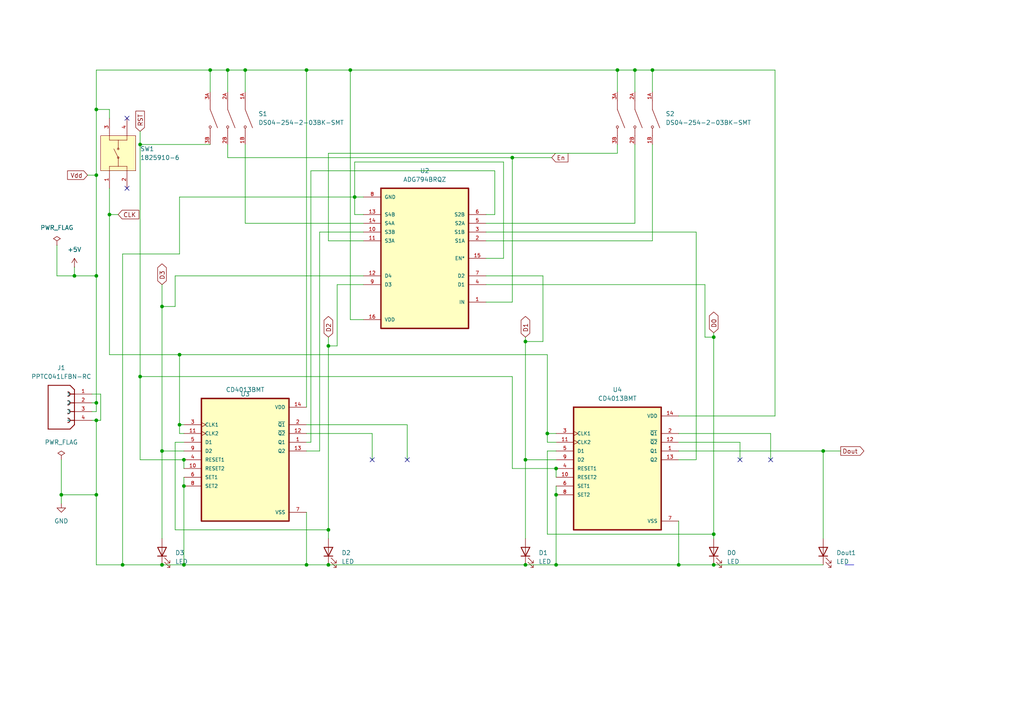
<source format=kicad_sch>
(kicad_sch (version 20231120) (generator "eeschema") (generator_version "8.0")
  (paper "A4")
  (lib_symbols
    (symbol "1825910-6:1825910-6" (pin_names (offset 1.016))
      (property "Reference" "SW" (at -5.0897 5.8532 0))
      (property "Value" "1825910-6" (at -5.0883 -7.6325 0))
      (symbol "1825910-6_0_0"
        (rectangle (start -5.08 -5.08) (end 5.08 5.08) (stroke (width 0.127)) (fill (type background)))
        (circle (center -1.27 0) (radius 0.254) (stroke (width 0.127)))
        (polyline (pts (xy -5.08 2.54) (xy -3.81 2.54)) (stroke (width 0.127)))
        (polyline (pts (xy -3.81 -2.54) (xy -5.08 -2.54)) (stroke (width 0.127)))
        (polyline (pts (xy -3.81 0) (xy -3.81 -2.54)) (stroke (width 0.127)))
        (polyline (pts (xy -3.81 0) (xy -1.27 0)) (stroke (width 0.127)))
        (polyline (pts (xy -3.81 2.54) (xy -3.81 0)) (stroke (width 0.127)))
        (polyline (pts (xy -1.27 0) (xy 1.27 1.27)) (stroke (width 0.127)))
        (polyline (pts (xy 1.27 0) (xy 3.81 0)) (stroke (width 0.127)))
        (polyline (pts (xy 3.81 -2.54) (xy 5.08 -2.54)) (stroke (width 0.127)))
        (polyline (pts (xy 3.81 0) (xy 3.81 -2.54)) (stroke (width 0.127)))
        (polyline (pts (xy 3.81 0) (xy 3.81 2.54)) (stroke (width 0.127)))
        (polyline (pts (xy 3.81 2.54) (xy 5.08 2.54)) (stroke (width 0.127)))
        (circle (center 1.27 0) (radius 0.254) (stroke (width 0.127)))
        (pin passive line (at -10.16 2.54 0) (length 5.08) (name "~") (number "1"))
        (pin passive line (at -10.16 -2.54 0) (length 5.08) (name "~") (number "2"))
        (pin passive line (at 10.16 2.54 180) (length 5.08) (name "~") (number "3"))
        (pin passive line (at 10.16 -2.54 180) (length 5.08) (name "~") (number "4"))
      )
    )
    (symbol "ADG794BRQZ:ADG794BRQZ" (pin_names (offset 1.016))
      (property "Reference" "U" (at -12.7 21.32 0))
      (property "Value" "ADG794BRQZ" (at -12.7 -24.32 0))
      (symbol "ADG794BRQZ_0_0"
        (rectangle (start -12.7 -20.32) (end 12.7 20.32) (stroke (width 0.41)) (fill (type background)))
        (pin input line (at -17.78 12.7 0) (length 5.08) (name "IN") (number "1"))
        (pin bidirectional line (at 17.78 -7.62 180) (length 5.08) (name "S3B") (number "10"))
        (pin bidirectional line (at 17.78 -5.08 180) (length 5.08) (name "S3A") (number "11"))
        (pin bidirectional line (at 17.78 5.08 180) (length 5.08) (name "D4") (number "12"))
        (pin bidirectional line (at 17.78 -12.7 180) (length 5.08) (name "S4B") (number "13"))
        (pin bidirectional line (at 17.78 -10.16 180) (length 5.08) (name "S4A") (number "14"))
        (pin bidirectional line (at -17.78 0 0) (length 5.08) (name "EN*") (number "15"))
        (pin power_in line (at 17.78 17.78 180) (length 5.08) (name "VDD") (number "16"))
        (pin bidirectional line (at -17.78 -5.08 0) (length 5.08) (name "S1A") (number "2"))
        (pin bidirectional line (at -17.78 -7.62 0) (length 5.08) (name "S1B") (number "3"))
        (pin bidirectional line (at -17.78 7.62 0) (length 5.08) (name "D1") (number "4"))
        (pin bidirectional line (at -17.78 -10.16 0) (length 5.08) (name "S2A") (number "5"))
        (pin bidirectional line (at -17.78 -12.7 0) (length 5.08) (name "S2B") (number "6"))
        (pin bidirectional line (at -17.78 5.08 0) (length 5.08) (name "D2") (number "7"))
        (pin power_in line (at 17.78 -17.78 180) (length 5.08) (name "GND") (number "8"))
        (pin bidirectional line (at 17.78 7.62 180) (length 5.08) (name "D3") (number "9"))
      )
    )
    (symbol "CD4013BMT:CD4013BMT" (pin_names (offset 1.016))
      (property "Reference" "U" (at -12.7 18.78 0))
      (property "Value" "CD4013BMT" (at -12.7 -21.78 0))
      (symbol "CD4013BMT_0_0"
        (rectangle (start -12.7 -17.78) (end 12.7 17.78) (stroke (width 0.41)) (fill (type background)))
        (pin output line (at 17.78 5.08 180) (length 5.08) (name "Q1") (number "1"))
        (pin input line (at -17.78 -2.54 0) (length 5.08) (name "RESET2") (number "10"))
        (pin input clock (at -17.78 7.62 0) (length 5.08) (name "CLK2") (number "11"))
        (pin output line (at 17.78 7.62 180) (length 5.08) (name "~{Q2}") (number "12"))
        (pin output line (at 17.78 2.54 180) (length 5.08) (name "Q2") (number "13"))
        (pin power_in line (at 17.78 15.24 180) (length 5.08) (name "VDD") (number "14"))
        (pin output line (at 17.78 10.16 180) (length 5.08) (name "~{Q1}") (number "2"))
        (pin input clock (at -17.78 10.16 0) (length 5.08) (name "CLK1") (number "3"))
        (pin input line (at -17.78 0 0) (length 5.08) (name "RESET1") (number "4"))
        (pin input line (at -17.78 5.08 0) (length 5.08) (name "D1") (number "5"))
        (pin input line (at -17.78 -5.08 0) (length 5.08) (name "SET1") (number "6"))
        (pin power_in line (at 17.78 -15.24 180) (length 5.08) (name "VSS") (number "7"))
        (pin input line (at -17.78 -7.62 0) (length 5.08) (name "SET2") (number "8"))
        (pin input line (at -17.78 2.54 0) (length 5.08) (name "D2") (number "9"))
      )
    )
    (symbol "DS04-254-2-03BK-SMT:DS04-254-2-03BK-SMT" (pin_names (offset 1.016))
      (property "Reference" "S" (at -2.54 7.62 0))
      (property "Value" "DS04-254-2-03BK-SMT" (at -2.54 -7.62 0))
      (symbol "DS04-254-2-03BK-SMT_0_0"
        (polyline (pts (xy -2.54 -5.08) (xy -5.08 -5.08)) (stroke (width 0.1524)))
        (polyline (pts (xy -2.54 -5.08) (xy 2.794 -2.9464)) (stroke (width 0.1524)))
        (polyline (pts (xy -2.54 0) (xy -5.08 0)) (stroke (width 0.1524)))
        (polyline (pts (xy -2.54 0) (xy 2.794 2.1336)) (stroke (width 0.1524)))
        (polyline (pts (xy -2.54 5.08) (xy -5.08 5.08)) (stroke (width 0.1524)))
        (polyline (pts (xy -2.54 5.08) (xy 2.794 7.2136)) (stroke (width 0.1524)))
        (polyline (pts (xy 5.08 -5.08) (xy 2.921 -5.08)) (stroke (width 0.1524)))
        (polyline (pts (xy 5.08 0) (xy 2.921 0)) (stroke (width 0.1524)))
        (polyline (pts (xy 5.08 5.08) (xy 2.921 5.08)) (stroke (width 0.1524)))
        (circle (center 2.54 -5.08) (radius 0.3302) (stroke (width 0.1524)))
        (circle (center 2.54 0) (radius 0.3302) (stroke (width 0.1524)))
        (circle (center 2.54 5.08) (radius 0.3302) (stroke (width 0.1524)))
        (pin passive line (at -7.62 5.08 0) (length 2.54) (name "~") (number "1A"))
        (pin passive line (at 7.62 5.08 180) (length 2.54) (name "~") (number "1B"))
        (pin passive line (at -7.62 0 0) (length 2.54) (name "~") (number "2A"))
        (pin passive line (at 7.62 0 180) (length 2.54) (name "~") (number "2B"))
        (pin passive line (at -7.62 -5.08 0) (length 2.54) (name "~") (number "3A"))
        (pin passive line (at 7.62 -5.08 180) (length 2.54) (name "~") (number "3B"))
      )
    )
    (symbol "Device:LED" (pin_numbers hide) (pin_names (offset 1.016) hide)
      (property "Reference" "D" (at 0 2.54 0))
      (property "Value" "LED" (at 0 -2.54 0))
      (symbol "LED_0_1"
        (polyline (pts (xy -1.27 -1.27) (xy -1.27 1.27)) (stroke (width 0.254)))
        (polyline (pts (xy -1.27 0) (xy 1.27 0)))
        (polyline (pts (xy 1.27 -1.27) (xy 1.27 1.27) (xy -1.27 0) (xy 1.27 -1.27)) (stroke (width 0.254)))
        (polyline (pts (xy -3.048 -0.762) (xy -4.572 -2.286) (xy -3.81 -2.286) (xy -4.572 -2.286) (xy -4.572 -1.524)))
        (polyline (pts (xy -1.778 -0.762) (xy -3.302 -2.286) (xy -2.54 -2.286) (xy -3.302 -2.286) (xy -3.302 -1.524)))
      )
      (symbol "LED_1_1"
        (pin passive line (at -3.81 0 0) (length 2.54) (name "K") (number "1"))
        (pin passive line (at 3.81 0 180) (length 2.54) (name "A") (number "2"))
      )
    )
    (symbol "PPTC041LFBN-RC:PPTC041LFBN-RC" (pin_names (offset 1.016))
      (property "Reference" "J" (at -7.62 6.35 0))
      (property "Value" "PPTC041LFBN-RC" (at -7.62 -10.16 0))
      (symbol "PPTC041LFBN-RC_0_0"
        (arc (start -1.905 -5.715) (mid -1.2727 -5.08) (end -1.905 -4.445) (stroke (width 0.254)))
        (arc (start -1.905 -3.175) (mid -1.2727 -2.54) (end -1.905 -1.905) (stroke (width 0.254)))
        (arc (start -1.905 -0.635) (mid -1.2727 0) (end -1.905 0.635) (stroke (width 0.254)))
        (arc (start -1.905 1.905) (mid -1.2727 2.54) (end -1.905 3.175) (stroke (width 0.254)))
        (polyline (pts (xy -7.62 -7.62) (xy -7.62 5.08)) (stroke (width 0.254)))
        (polyline (pts (xy -7.62 5.08) (xy -1.27 5.08)) (stroke (width 0.254)))
        (polyline (pts (xy -1.27 -7.62) (xy -7.62 -7.62)) (stroke (width 0.254)))
        (polyline (pts (xy 0 -6.35) (xy -1.27 -7.62)) (stroke (width 0.254)))
        (polyline (pts (xy 0 -5.08) (xy -1.27 -5.08)) (stroke (width 0.254)))
        (polyline (pts (xy 0 -2.54) (xy -1.27 -2.54)) (stroke (width 0.254)))
        (polyline (pts (xy 0 0) (xy -1.27 0)) (stroke (width 0.254)))
        (polyline (pts (xy 0 2.54) (xy -1.27 2.54)) (stroke (width 0.254)))
        (polyline (pts (xy 0 2.54) (xy 0 -6.35)) (stroke (width 0.254)))
        (polyline (pts (xy 0 3.81) (xy -1.27 5.08)) (stroke (width 0.254)))
        (polyline (pts (xy 0 3.81) (xy 0 2.54)) (stroke (width 0.254)))
        (pin passive line (at 5.08 2.54 180) (length 5.08) (name "1") (number "1"))
        (pin passive line (at 5.08 0 180) (length 5.08) (name "2") (number "2"))
        (pin passive line (at 5.08 -2.54 180) (length 5.08) (name "3") (number "3"))
        (pin passive line (at 5.08 -5.08 180) (length 5.08) (name "4") (number "4"))
      )
    )
    (symbol "power:+5V" (power) (pin_numbers hide) (pin_names (offset 0) hide)
      (property "Value" "+5V" (at 0 3.556 0))
      (symbol "+5V_0_1"
        (polyline (pts (xy -0.762 1.27) (xy 0 2.54)))
        (polyline (pts (xy 0 0) (xy 0 2.54)))
        (polyline (pts (xy 0 2.54) (xy 0.762 1.27)))
      )
      (symbol "+5V_1_1"
        (pin power_in line (at 0 0 90) (length 0) (name "~") (number "1"))
      )
    )
    (symbol "power:GND" (power) (pin_numbers hide) (pin_names (offset 0) hide)
      (property "Value" "GND" (at 0 -3.81 0))
      (symbol "GND_0_1"
        (polyline (pts (xy 0 0) (xy 0 -1.27) (xy 1.27 -1.27) (xy 0 -2.54) (xy -1.27 -1.27) (xy 0 -1.27)))
      )
      (symbol "GND_1_1"
        (pin power_in line (at 0 0 270) (length 0) (name "~") (number "1"))
      )
    )
    (symbol "power:PWR_FLAG" (power) (pin_numbers hide) (pin_names (offset 0) hide)
      (property "Value" "PWR_FLAG" (at 0 3.81 0))
      (symbol "PWR_FLAG_0_0"
        (pin power_out line (at 0 0 90) (length 0) (name "~") (number "1"))
      )
      (symbol "PWR_FLAG_0_1"
        (polyline (pts (xy 0 0) (xy 0 1.27) (xy -1.016 1.905) (xy 0 2.54) (xy 1.016 1.905) (xy 0 1.27)))
      )
    )
  )
  (junction (at 60.96 20.32))
  (junction (at 152.4 163.83))
  (junction (at 102.87 57.15))
  (junction (at 53.34 163.83))
  (junction (at 101.6 20.32))
  (junction (at 184.15 20.32))
  (junction (at 95.25 153.67))
  (junction (at 27.94 50.8))
  (junction (at 95.25 100.33))
  (junction (at 53.34 133.35))
  (junction (at 88.9 20.32))
  (junction (at 66.04 20.32))
  (junction (at 71.12 20.32))
  (junction (at 46.99 88.9))
  (junction (at 161.29 143.51))
  (junction (at 88.9 163.83))
  (junction (at 152.4 99.06))
  (junction (at 52.07 102.87))
  (junction (at 148.59 45.72))
  (junction (at 27.94 121.92))
  (junction (at 17.78 143.51))
  (junction (at 158.75 125.73))
  (junction (at 207.01 97.79))
  (junction (at 53.34 140.97))
  (junction (at 238.76 130.81))
  (junction (at 161.29 135.89))
  (junction (at 35.56 163.83))
  (junction (at 27.94 116.84))
  (junction (at 40.64 41.91))
  (junction (at 179.07 20.32))
  (junction (at 21.59 80.01))
  (junction (at 207.01 154.94))
  (junction (at 46.99 163.83))
  (junction (at 27.94 31.75))
  (junction (at 27.94 80.01))
  (junction (at 95.25 163.83))
  (junction (at 152.4 133.35))
  (junction (at 189.23 20.32))
  (junction (at 46.99 130.81))
  (junction (at 52.07 123.19))
  (junction (at 207.01 163.83))
  (junction (at 31.75 62.23))
  (junction (at 40.64 109.22))
  (junction (at 161.29 163.83))
  (junction (at 196.85 163.83))
  (junction (at 27.94 143.51))
  (no_connect (at 118.11 133.35))
  (no_connect (at 36.83 34.29))
  (no_connect (at 214.63 133.35))
  (no_connect (at 36.83 54.61))
  (no_connect (at 365.76 76.2))
  (no_connect (at 107.95 133.35))
  (no_connect (at 223.52 133.35))
  (wire (pts (xy 31.75 31.75) (xy 31.75 34.29)))
  (wire (pts (xy 90.17 49.53) (xy 143.51 49.53)))
  (wire (pts (xy 152.4 133.35) (xy 161.29 133.35)))
  (wire (pts (xy 52.07 73.66) (xy 35.56 73.66)))
  (wire (pts (xy 161.29 143.51) (xy 161.29 163.83)))
  (wire (pts (xy 52.07 102.87) (xy 52.07 123.19)))
  (wire (pts (xy 101.6 20.32) (xy 101.6 92.71)))
  (wire (pts (xy 40.64 41.91) (xy 60.96 41.91)))
  (wire (pts (xy 46.99 130.81) (xy 46.99 156.21)))
  (wire (pts (xy 88.9 130.81) (xy 92.71 130.81)))
  (wire (pts (xy 207.01 96.52) (xy 207.01 97.79)))
  (wire (pts (xy 196.85 128.27) (xy 214.63 128.27)))
  (wire (pts (xy 92.71 67.31) (xy 92.71 130.81)))
  (wire (pts (xy 17.78 133.35) (xy 17.78 143.51)))
  (wire (pts (xy 152.4 99.06) (xy 152.4 133.35)))
  (wire (pts (xy 184.15 64.77) (xy 140.97 64.77)))
  (wire (pts (xy 196.85 125.73) (xy 223.52 125.73)))
  (wire (pts (xy 31.75 62.23) (xy 34.29 62.23)))
  (wire (pts (xy 105.41 92.71) (xy 101.6 92.71)))
  (wire (pts (xy 102.87 46.99) (xy 102.87 57.15)))
  (wire (pts (xy 146.05 46.99) (xy 102.87 46.99)))
  (wire (pts (xy 88.9 20.32) (xy 71.12 20.32)))
  (wire (pts (xy 53.34 125.73) (xy 52.07 125.73)))
  (wire (pts (xy 92.71 67.31) (xy 105.41 67.31)))
  (wire (pts (xy 207.01 97.79) (xy 207.01 154.94)))
  (wire (pts (xy 204.47 97.79) (xy 207.01 97.79)))
  (wire (pts (xy 201.93 67.31) (xy 140.97 67.31)))
  (wire (pts (xy 40.64 38.1) (xy 40.64 41.91)))
  (wire (pts (xy 31.75 102.87) (xy 52.07 102.87)))
  (wire (pts (xy 52.07 102.87) (xy 158.75 102.87)))
  (wire (pts (xy 50.8 128.27) (xy 50.8 153.67)))
  (wire (pts (xy 189.23 41.91) (xy 189.23 69.85)))
  (wire (pts (xy 27.94 20.32) (xy 27.94 31.75)))
  (wire (pts (xy 161.29 140.97) (xy 161.29 143.51)))
  (wire (pts (xy 161.29 163.83) (xy 196.85 163.83)))
  (wire (pts (xy 50.8 88.9) (xy 50.8 80.01)))
  (wire (pts (xy 214.63 128.27) (xy 214.63 133.35)))
  (wire (pts (xy 53.34 133.35) (xy 53.34 135.89)))
  (wire (pts (xy 88.9 163.83) (xy 95.25 163.83)))
  (wire (pts (xy 148.59 87.63) (xy 148.59 45.72)))
  (wire (pts (xy 95.25 163.83) (xy 152.4 163.83)))
  (wire (pts (xy 158.75 125.73) (xy 161.29 125.73)))
  (wire (pts (xy 53.34 163.83) (xy 88.9 163.83)))
  (wire (pts (xy 21.59 77.47) (xy 21.59 80.01)))
  (wire (pts (xy 53.34 133.35) (xy 40.64 133.35)))
  (wire (pts (xy 26.67 119.38) (xy 27.94 119.38)))
  (wire (pts (xy 26.67 114.3) (xy 29.21 114.3)))
  (wire (pts (xy 66.04 45.72) (xy 66.04 41.91)))
  (wire (pts (xy 66.04 45.72) (xy 148.59 45.72)))
  (wire (pts (xy 107.95 125.73) (xy 107.95 133.35)))
  (wire (pts (xy 88.9 128.27) (xy 90.17 128.27)))
  (wire (pts (xy 146.05 74.93) (xy 146.05 46.99)))
  (wire (pts (xy 204.47 82.55) (xy 140.97 82.55)))
  (wire (pts (xy 179.07 20.32) (xy 179.07 26.67)))
  (wire (pts (xy 140.97 74.93) (xy 146.05 74.93)))
  (wire (pts (xy 158.75 130.81) (xy 158.75 154.94)))
  (wire (pts (xy 223.52 125.73) (xy 223.52 133.35)))
  (wire (pts (xy 204.47 82.55) (xy 204.47 97.79)))
  (wire (pts (xy 101.6 20.32) (xy 179.07 20.32)))
  (wire (pts (xy 158.75 125.73) (xy 158.75 128.27)))
  (wire (pts (xy 29.21 114.3) (xy 29.21 121.92)))
  (wire (pts (xy 95.25 69.85) (xy 95.25 44.45)))
  (wire (pts (xy 97.79 82.55) (xy 105.41 82.55)))
  (wire (pts (xy 53.34 123.19) (xy 52.07 123.19)))
  (wire (pts (xy 196.85 120.65) (xy 224.79 120.65)))
  (wire (pts (xy 97.79 100.33) (xy 95.25 100.33)))
  (wire (pts (xy 27.94 143.51) (xy 27.94 163.83)))
  (wire (pts (xy 184.15 41.91) (xy 184.15 64.77)))
  (wire (pts (xy 143.51 62.23) (xy 143.51 49.53)))
  (wire (pts (xy 31.75 54.61) (xy 31.75 62.23)))
  (polyline (pts (xy 245.11 163.83) (xy 247.65 163.83)))
  (wire (pts (xy 29.21 121.92) (xy 27.94 121.92)))
  (wire (pts (xy 158.75 128.27) (xy 161.29 128.27)))
  (wire (pts (xy 184.15 20.32) (xy 184.15 26.67)))
  (wire (pts (xy 46.99 88.9) (xy 46.99 130.81)))
  (wire (pts (xy 60.96 26.67) (xy 60.96 20.32)))
  (wire (pts (xy 95.25 100.33) (xy 95.25 153.67)))
  (wire (pts (xy 148.59 109.22) (xy 40.64 109.22)))
  (wire (pts (xy 27.94 80.01) (xy 27.94 116.84)))
  (wire (pts (xy 118.11 123.19) (xy 118.11 133.35)))
  (wire (pts (xy 238.76 130.81) (xy 238.76 156.21)))
  (wire (pts (xy 50.8 80.01) (xy 105.41 80.01)))
  (wire (pts (xy 53.34 138.43) (xy 53.34 140.97)))
  (wire (pts (xy 26.67 121.92) (xy 27.94 121.92)))
  (wire (pts (xy 207.01 154.94) (xy 207.01 156.21)))
  (wire (pts (xy 52.07 125.73) (xy 52.07 123.19)))
  (wire (pts (xy 27.94 31.75) (xy 31.75 31.75)))
  (wire (pts (xy 179.07 41.91) (xy 179.07 44.45)))
  (wire (pts (xy 196.85 163.83) (xy 207.01 163.83)))
  (wire (pts (xy 40.64 41.91) (xy 40.64 109.22)))
  (wire (pts (xy 95.25 44.45) (xy 179.07 44.45)))
  (wire (pts (xy 21.59 80.01) (xy 27.94 80.01)))
  (wire (pts (xy 107.95 125.73) (xy 88.9 125.73)))
  (wire (pts (xy 201.93 67.31) (xy 201.93 133.35)))
  (wire (pts (xy 189.23 20.32) (xy 184.15 20.32)))
  (wire (pts (xy 27.94 50.8) (xy 27.94 80.01)))
  (wire (pts (xy 184.15 20.32) (xy 179.07 20.32)))
  (wire (pts (xy 224.79 120.65) (xy 224.79 20.32)))
  (wire (pts (xy 35.56 73.66) (xy 35.56 163.83)))
  (wire (pts (xy 27.94 20.32) (xy 60.96 20.32)))
  (wire (pts (xy 46.99 82.55) (xy 46.99 88.9)))
  (wire (pts (xy 50.8 128.27) (xy 53.34 128.27)))
  (wire (pts (xy 17.78 143.51) (xy 27.94 143.51)))
  (wire (pts (xy 157.48 80.01) (xy 157.48 99.06)))
  (wire (pts (xy 157.48 99.06) (xy 152.4 99.06)))
  (wire (pts (xy 52.07 57.15) (xy 52.07 73.66)))
  (wire (pts (xy 88.9 148.59) (xy 88.9 163.83)))
  (wire (pts (xy 161.29 135.89) (xy 148.59 135.89)))
  (wire (pts (xy 105.41 62.23) (xy 102.87 62.23)))
  (wire (pts (xy 35.56 163.83) (xy 46.99 163.83)))
  (wire (pts (xy 102.87 57.15) (xy 105.41 57.15)))
  (wire (pts (xy 50.8 88.9) (xy 46.99 88.9)))
  (wire (pts (xy 53.34 140.97) (xy 53.34 163.83)))
  (wire (pts (xy 157.48 80.01) (xy 140.97 80.01)))
  (wire (pts (xy 102.87 62.23) (xy 102.87 57.15)))
  (wire (pts (xy 97.79 82.55) (xy 97.79 100.33)))
  (wire (pts (xy 158.75 130.81) (xy 161.29 130.81)))
  (wire (pts (xy 140.97 87.63) (xy 148.59 87.63)))
  (wire (pts (xy 152.4 133.35) (xy 152.4 156.21)))
  (wire (pts (xy 66.04 20.32) (xy 60.96 20.32)))
  (wire (pts (xy 88.9 20.32) (xy 88.9 118.11)))
  (wire (pts (xy 16.51 80.01) (xy 21.59 80.01)))
  (wire (pts (xy 189.23 69.85) (xy 140.97 69.85)))
  (wire (pts (xy 152.4 97.79) (xy 152.4 99.06)))
  (wire (pts (xy 16.51 71.12) (xy 16.51 80.01)))
  (wire (pts (xy 196.85 151.13) (xy 196.85 163.83)))
  (wire (pts (xy 71.12 64.77) (xy 71.12 41.91)))
  (wire (pts (xy 158.75 102.87) (xy 158.75 125.73)))
  (wire (pts (xy 238.76 130.81) (xy 243.84 130.81)))
  (wire (pts (xy 143.51 62.23) (xy 140.97 62.23)))
  (wire (pts (xy 50.8 153.67) (xy 95.25 153.67)))
  (wire (pts (xy 224.79 20.32) (xy 189.23 20.32)))
  (wire (pts (xy 25.4 50.8) (xy 27.94 50.8)))
  (wire (pts (xy 201.93 133.35) (xy 196.85 133.35)))
  (wire (pts (xy 189.23 26.67) (xy 189.23 20.32)))
  (wire (pts (xy 27.94 121.92) (xy 27.94 143.51)))
  (wire (pts (xy 88.9 123.19) (xy 118.11 123.19)))
  (wire (pts (xy 27.94 31.75) (xy 27.94 50.8)))
  (wire (pts (xy 102.87 57.15) (xy 52.07 57.15)))
  (wire (pts (xy 95.25 69.85) (xy 105.41 69.85)))
  (wire (pts (xy 158.75 154.94) (xy 207.01 154.94)))
  (wire (pts (xy 161.29 135.89) (xy 161.29 138.43)))
  (wire (pts (xy 148.59 109.22) (xy 148.59 135.89)))
  (wire (pts (xy 95.25 97.79) (xy 95.25 100.33)))
  (wire (pts (xy 88.9 20.32) (xy 101.6 20.32)))
  (wire (pts (xy 66.04 20.32) (xy 66.04 26.67)))
  (wire (pts (xy 31.75 62.23) (xy 31.75 102.87)))
  (wire (pts (xy 17.78 143.51) (xy 17.78 146.05)))
  (wire (pts (xy 148.59 45.72) (xy 160.02 45.72)))
  (wire (pts (xy 27.94 116.84) (xy 27.94 119.38)))
  (wire (pts (xy 90.17 49.53) (xy 90.17 128.27)))
  (wire (pts (xy 46.99 163.83) (xy 53.34 163.83)))
  (wire (pts (xy 196.85 130.81) (xy 238.76 130.81)))
  (wire (pts (xy 27.94 163.83) (xy 35.56 163.83)))
  (wire (pts (xy 71.12 64.77) (xy 105.41 64.77)))
  (wire (pts (xy 71.12 20.32) (xy 66.04 20.32)))
  (wire (pts (xy 95.25 153.67) (xy 95.25 156.21)))
  (wire (pts (xy 26.67 116.84) (xy 27.94 116.84)))
  (wire (pts (xy 152.4 163.83) (xy 161.29 163.83)))
  (wire (pts (xy 40.64 109.22) (xy 40.64 133.35)))
  (wire (pts (xy 46.99 130.81) (xy 53.34 130.81)))
  (wire (pts (xy 207.01 163.83) (xy 238.76 163.83)))
  (wire (pts (xy 71.12 20.32) (xy 71.12 26.67)))
  (global_label "RST" (shape input) (at 40.64 38.1 90) (property "Intersheetrefs" "${INTERSHEET_REFS}" (effects (hide yes))))
  (global_label "En" (shape input) (at 160.02 45.72 0) (property "Intersheetrefs" "${INTERSHEET_REFS}" (effects (hide yes))))
  (global_label "D3" (shape bidirectional) (at 46.99 82.55 90) (property "Intersheetrefs" "${INTERSHEET_REFS}" (effects (hide yes))))
  (global_label "Vdd" (shape input) (at 25.4 50.8 180) (property "Intersheetrefs" "${INTERSHEET_REFS}" (effects (hide yes))))
  (global_label "D2" (shape bidirectional) (at 95.25 97.79 90) (property "Intersheetrefs" "${INTERSHEET_REFS}" (effects (hide yes))))
  (global_label "D1" (shape bidirectional) (at 152.4 97.79 90) (property "Intersheetrefs" "${INTERSHEET_REFS}" (effects (hide yes))))
  (global_label "Dout" (shape output) (at 243.84 130.81 0) (property "Intersheetrefs" "${INTERSHEET_REFS}" (effects (hide yes))))
  (global_label "CLK" (shape input) (at 34.29 62.23 0) (property "Intersheetrefs" "${INTERSHEET_REFS}" (effects (hide yes))))
  (global_label "D0" (shape bidirectional) (at 207.01 96.52 90) (property "Intersheetrefs" "${INTERSHEET_REFS}" (effects (hide yes))))
  (symbol (lib_id "Device:LED") (at 95.25 160.02 90) (unit 1)
    (property "Reference" "D2" (at 99.06 160.3374 90) (effects (justify right)))
    (property "Value" "LED" (at 99.06 162.8774 90) (effects (justify right)))
    (property "Footprint" "LED_THT:LED_D5.0mm" (effects (hide yes)))
    (property "Description" "Light emitting diode" (effects (hide yes)))
  )
  (symbol (lib_id "DS04-254-2-03BK-SMT:DS04-254-2-03BK-SMT") (at 66.04 34.29 270) (unit 1)
    (property "Reference" "S1" (at 74.93 33.0199 90) (effects (justify left)))
    (property "Value" "DS04-254-2-03BK-SMT" (at 74.93 35.5599 90) (effects (justify left)))
    (property "Footprint" "DS04-254-2-03BK-SMT:SW_DS04-254-2-03BK-SMT" (effects (hide yes)))
    (property "MF" "CUI Devices" (effects (hide yes)))
    (property "MAXIMUM_PACKAGE_HEIGHT" "4.86 mm" (effects (hide yes)))
    (property "Package" "None" (effects (hide yes)))
    (property "Price" "None" (effects (hide yes)))
    (property "Check_prices" "https://www.snapeda.com/parts/DS04-254-2-03BK-SMT/CUI+Devices/view-part/?ref=eda" (effects (hide yes)))
    (property "STANDARD" "Manufacturer Recommendations" (effects (hide yes)))
    (property "PARTREV" "V0.0" (effects (hide yes)))
    (property "SnapEDA_Link" "https://www.snapeda.com/parts/DS04-254-2-03BK-SMT/CUI+Devices/view-part/?ref=snap" (effects (hide yes)))
    (property "MP" "DS04-254-2-03BK-SMT" (effects (hide yes)))
    (property "Description_1" "3 Position, Surface Mount, 2.54 mm Pitch, Flat Slide Actuator, Flat Bottom, SMT Pin, DIP Switch" (effects (hide yes)))
    (property "CUI_purchase_URL" "https://www.cuidevices.com/product/switches/dip-switches/ds04-254-2-03bk-smt?utm_source=snapeda.com&utm_medium=referral&utm_campaign=snapedaBOM" (effects (hide yes)))
    (property "Availability" "In Stock" (effects (hide yes)))
    (property "MANUFACTURER" "CUI Inc." (effects (hide yes)))
  )
  (symbol (lib_id "power:+5V") (at 21.59 77.47 0) (unit 1)
    (property "Reference" "#PWR02" (effects (hide yes)))
    (property "Value" "+5V" (at 21.59 72.39 0))
    (property "Description" "Power symbol creates a global label with name \"+5V\"" (effects (hide yes)))
  )
  (symbol (lib_id "Device:LED") (at 207.01 160.02 90) (unit 1)
    (property "Reference" "D0" (at 210.82 160.3374 90) (effects (justify right)))
    (property "Value" "LED" (at 210.82 162.8774 90) (effects (justify right)))
    (property "Footprint" "LED_THT:LED_D5.0mm" (effects (hide yes)))
    (property "Description" "Light emitting diode" (effects (hide yes)))
  )
  (symbol (lib_id "power:PWR_FLAG") (at 16.51 71.12 0) (unit 1)
    (property "Reference" "#FLG01" (effects (hide yes)))
    (property "Value" "PWR_FLAG" (at 16.51 66.04 0))
    (property "Description" "Special symbol for telling ERC where power comes from" (effects (hide yes)))
  )
  (symbol (lib_id "Device:LED") (at 152.4 160.02 90) (unit 1)
    (property "Reference" "D1" (at 156.21 160.3374 90) (effects (justify right)))
    (property "Value" "LED" (at 156.21 162.8774 90) (effects (justify right)))
    (property "Footprint" "LED_THT:LED_D5.0mm" (effects (hide yes)))
    (property "Description" "Light emitting diode" (effects (hide yes)))
  )
  (symbol (lib_id "DS04-254-2-03BK-SMT:DS04-254-2-03BK-SMT") (at 184.15 34.29 270) (unit 1)
    (property "Reference" "S2" (at 193.04 33.0199 90) (effects (justify left)))
    (property "Value" "DS04-254-2-03BK-SMT" (at 193.04 35.5599 90) (effects (justify left)))
    (property "Footprint" "DS04-254-2-03BK-SMT:SW_DS04-254-2-03BK-SMT" (effects (hide yes)))
    (property "MF" "CUI Devices" (effects (hide yes)))
    (property "MAXIMUM_PACKAGE_HEIGHT" "4.86 mm" (effects (hide yes)))
    (property "Package" "None" (effects (hide yes)))
    (property "Price" "None" (effects (hide yes)))
    (property "Check_prices" "https://www.snapeda.com/parts/DS04-254-2-03BK-SMT/CUI+Devices/view-part/?ref=eda" (effects (hide yes)))
    (property "STANDARD" "Manufacturer Recommendations" (effects (hide yes)))
    (property "PARTREV" "V0.0" (effects (hide yes)))
    (property "SnapEDA_Link" "https://www.snapeda.com/parts/DS04-254-2-03BK-SMT/CUI+Devices/view-part/?ref=snap" (effects (hide yes)))
    (property "MP" "DS04-254-2-03BK-SMT" (effects (hide yes)))
    (property "Description_1" "3 Position, Surface Mount, 2.54 mm Pitch, Flat Slide Actuator, Flat Bottom, SMT Pin, DIP Switch" (effects (hide yes)))
    (property "CUI_purchase_URL" "https://www.cuidevices.com/product/switches/dip-switches/ds04-254-2-03bk-smt?utm_source=snapeda.com&utm_medium=referral&utm_campaign=snapedaBOM" (effects (hide yes)))
    (property "Availability" "In Stock" (effects (hide yes)))
    (property "MANUFACTURER" "CUI Inc." (effects (hide yes)))
  )
  (symbol (lib_id "ADG794BRQZ:ADG794BRQZ") (at 123.19 74.93 180) (unit 1)
    (property "Reference" "U2" (at 123.19 49.53 0))
    (property "Value" "ADG794BRQZ" (at 123.19 52.07 0))
    (property "Footprint" "ADG794BRQZ:SOP64P600X175-16N" (effects (hide yes)))
    (property "MF" "Analog Devices" (effects (hide yes)))
    (property "Description_1" "\nMultiplexer Switch ICs Low Voltage, 300 MHz Quad 2:1 Mux\n" (effects (hide yes)))
    (property "Package" "None" (effects (hide yes)))
    (property "Price" "None" (effects (hide yes)))
    (property "SnapEDA_Link" "https://www.snapeda.com/parts/ADG794BRQZREEL7/Analog+Devices/view-part/?ref=snap" (effects (hide yes)))
    (property "MP" "ADG794BRQZREEL7" (effects (hide yes)))
    (property "Availability" "In Stock" (effects (hide yes)))
    (property "Check_prices" "https://www.snapeda.com/parts/ADG794BRQZREEL7/Analog+Devices/view-part/?ref=eda" (effects (hide yes)))
  )
  (symbol (lib_id "CD4013BMT:CD4013BMT") (at 71.12 133.35 0) (unit 1)
    (property "Reference" "U3" (at 71.12 114.3 0))
    (property "Value" "CD4013BMT" (at 71.12 113.03 0))
    (property "Footprint" "CD4013BMT:SOIC127P600X175-14N" (effects (hide yes)))
    (property "MF" "Texas Instruments" (effects (hide yes)))
    (property "Description_1" "\nCMOS Dual D-Type Flip Flop\n" (effects (hide yes)))
    (property "Package" "SOIC-14 Texas Instruments" (effects (hide yes)))
    (property "Price" "None" (effects (hide yes)))
    (property "SnapEDA_Link" "https://www.snapeda.com/parts/CD4013BMT/Texas+Instruments/view-part/?ref=snap" (effects (hide yes)))
    (property "MP" "CD4013BMT" (effects (hide yes)))
    (property "Purchase-URL" "https://www.snapeda.com/api/url_track_click_mouser/?unipart_id=434315&manufacturer=Texas Instruments&part_name=CD4013BMT&search_term=4013 ic" (effects (hide yes)))
    (property "Availability" "In Stock" (effects (hide yes)))
    (property "Check_prices" "https://www.snapeda.com/parts/CD4013BMT/Texas+Instruments/view-part/?ref=eda" (effects (hide yes)))
  )
  (symbol (lib_id "CD4013BMT:CD4013BMT") (at 179.07 135.89 0) (unit 1)
    (property "Reference" "U4" (at 179.07 113.03 0))
    (property "Value" "CD4013BMT" (at 179.07 115.57 0))
    (property "Footprint" "CD4013BMT:SOIC127P600X175-14N" (effects (hide yes)))
    (property "MF" "Texas Instruments" (effects (hide yes)))
    (property "Description_1" "\nCMOS Dual D-Type Flip Flop\n" (effects (hide yes)))
    (property "Package" "SOIC-14 Texas Instruments" (effects (hide yes)))
    (property "Price" "None" (effects (hide yes)))
    (property "SnapEDA_Link" "https://www.snapeda.com/parts/CD4013BMT/Texas+Instruments/view-part/?ref=snap" (effects (hide yes)))
    (property "MP" "CD4013BMT" (effects (hide yes)))
    (property "Purchase-URL" "https://www.snapeda.com/api/url_track_click_mouser/?unipart_id=434315&manufacturer=Texas Instruments&part_name=CD4013BMT&search_term=4013 ic" (effects (hide yes)))
    (property "Availability" "In Stock" (effects (hide yes)))
    (property "Check_prices" "https://www.snapeda.com/parts/CD4013BMT/Texas+Instruments/view-part/?ref=eda" (effects (hide yes)))
  )
  (symbol (lib_id "Device:LED") (at 238.76 160.02 90) (unit 1)
    (property "Reference" "Dout1" (at 242.57 160.3374 90) (effects (justify right)))
    (property "Value" "LED" (at 242.57 162.8774 90) (effects (justify right)))
    (property "Footprint" "LED_THT:LED_D5.0mm" (effects (hide yes)))
    (property "Description" "Light emitting diode" (effects (hide yes)))
  )
  (symbol (lib_id "PPTC041LFBN-RC:PPTC041LFBN-RC") (at 21.59 116.84 0) (unit 1)
    (property "Reference" "J1" (at 17.78 106.68 0))
    (property "Value" "PPTC041LFBN-RC" (at 17.78 109.22 0))
    (property "Footprint" "PPTC041LFBN-RC:SULLINS_PPTC041LFBN-RC" (effects (hide yes)))
    (property "MF" "Sullins Connector" (effects (hide yes)))
    (property "MAXIMUM_PACKAGE_HEIGHT" "8.5mm" (effects (hide yes)))
    (property "Package" "None" (effects (hide yes)))
    (property "Price" "None" (effects (hide yes)))
    (property "Check_prices" "https://www.snapeda.com/parts/PPTC041LFBN-RC/Sullins+Connector+Solutions/view-part/?ref=eda" (effects (hide yes)))
    (property "STANDARD" "Manufacturer Recommendations" (effects (hide yes)))
    (property "PARTREV" "J - 04/15/2015" (effects (hide yes)))
    (property "SnapEDA_Link" "https://www.snapeda.com/parts/PPTC041LFBN-RC/Sullins+Connector+Solutions/view-part/?ref=snap" (effects (hide yes)))
    (property "MP" "PPTC041LFBN-RC" (effects (hide yes)))
    (property "Description_1" "\n4 Position Header Connector 0.100 (2.54mm) Through Hole Tin\n" (effects (hide yes)))
    (property "Availability" "In Stock" (effects (hide yes)))
    (property "MANUFACTURER" "SULLINS" (effects (hide yes)))
  )
  (symbol (lib_id "power:PWR_FLAG") (at 17.78 133.35 0) (unit 1)
    (property "Reference" "#FLG02" (effects (hide yes)))
    (property "Value" "PWR_FLAG" (at 17.78 128.27 0))
    (property "Description" "Special symbol for telling ERC where power comes from" (effects (hide yes)))
  )
  (symbol (lib_id "1825910-6:1825910-6") (at 34.29 44.45 90) (unit 1)
    (property "Reference" "SW1" (at 40.64 43.1799 90) (effects (justify right)))
    (property "Value" "1825910-6" (at 40.64 45.7199 90) (effects (justify right)))
    (property "Footprint" "1825910-6:SW_1825910-6-4" (effects (hide yes)))
    (property "Comment" "1825910-6" (effects (hide yes)))
    (property "MF" "TE Connectivity" (effects (hide yes)))
    (property "Description_1" "\nSwitch Push Button OFF (ON) SPST Round Button 0.05A 24VDC Momentary Contact PC Pins Thru-Hole\n" (effects (hide yes)))
    (property "Package" "None" (effects (hide yes)))
    (property "Price" "None" (effects (hide yes)))
    (property "Check_prices" "https://www.snapeda.com/parts/1825910-6/TE+Connectivity+ALCOSWITCH+Switches/view-part/?ref=eda" (effects (hide yes)))
    (property "STANDARD" "Manufacturer Recommendations" (effects (hide yes)))
    (property "PARTREV" "C10" (effects (hide yes)))
    (property "SnapEDA_Link" "https://www.snapeda.com/parts/1825910-6/TE+Connectivity+ALCOSWITCH+Switches/view-part/?ref=snap" (effects (hide yes)))
    (property "MP" "1825910-6" (effects (hide yes)))
    (property "Purchase-URL" "https://www.snapeda.com/api/url_track_click_mouser/?unipart_id=226996&manufacturer=TE Connectivity&part_name=1825910-6&search_term=None" (effects (hide yes)))
    (property "Availability" "In Stock" (effects (hide yes)))
    (property "MANUFACTURER" "TE CONNECTIVITY" (effects (hide yes)))
  )
  (symbol (lib_id "Device:LED") (at 46.99 160.02 90) (unit 1)
    (property "Reference" "D3" (at 50.8 160.3374 90) (effects (justify right)))
    (property "Value" "LED" (at 50.8 162.8774 90) (effects (justify right)))
    (property "Footprint" "LED_THT:LED_D5.0mm" (effects (hide yes)))
    (property "Description" "Light emitting diode" (effects (hide yes)))
  )
  (symbol (lib_id "power:GND") (at 17.78 146.05 0) (unit 1)
    (property "Reference" "#PWR01" (effects (hide yes)))
    (property "Value" "GND" (at 17.78 151.13 0))
    (property "Description" "Power symbol creates a global label with name \"GND\" , ground" (effects (hide yes)))
  )
)
</source>
